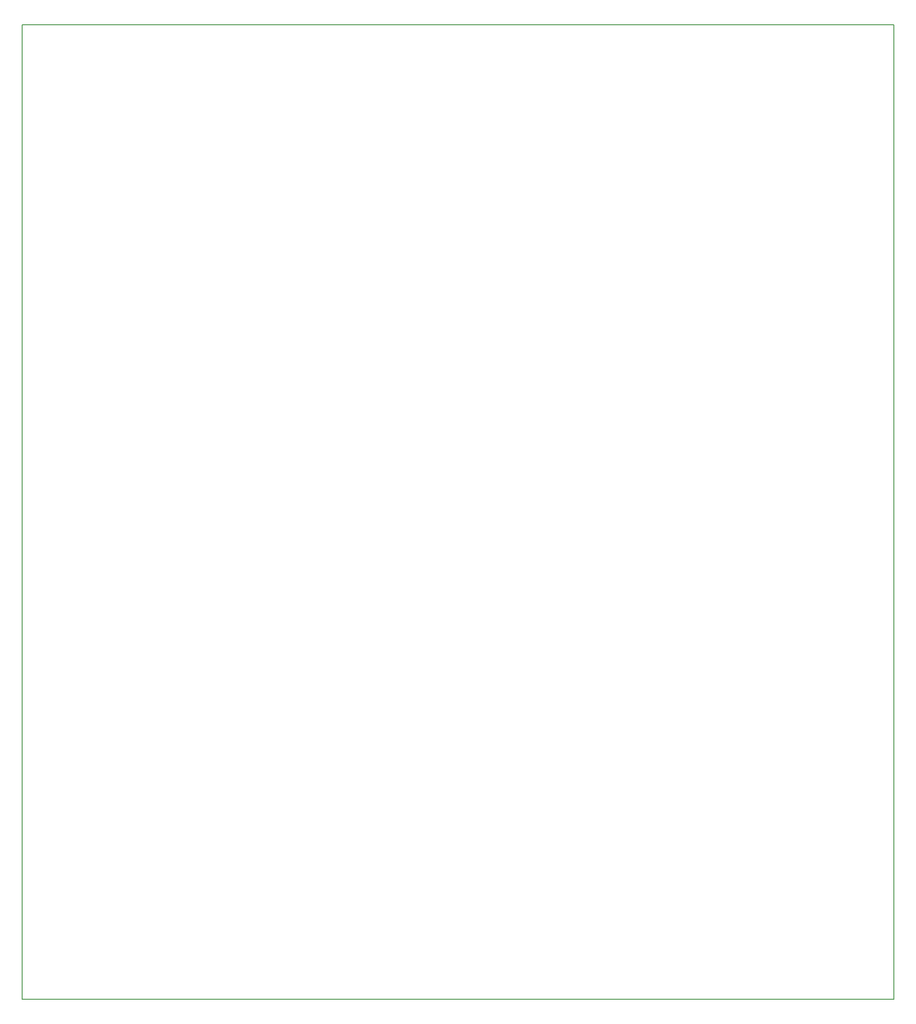
<source format=gbr>
G04 #@! TF.FileFunction,Profile,NP*
%FSLAX46Y46*%
G04 Gerber Fmt 4.6, Leading zero omitted, Abs format (unit mm)*
G04 Created by KiCad (PCBNEW 4.0.7) date 06/21/18 11:26:02*
%MOMM*%
%LPD*%
G01*
G04 APERTURE LIST*
%ADD10C,0.100000*%
%ADD11C,0.150000*%
G04 APERTURE END LIST*
D10*
D11*
X220000000Y-220000000D02*
X220000000Y-30000000D01*
X50000000Y-220000000D02*
X220000000Y-220000000D01*
X50000000Y-30000000D02*
X50000000Y-220000000D01*
X220000000Y-30000000D02*
X50000000Y-30000000D01*
M02*

</source>
